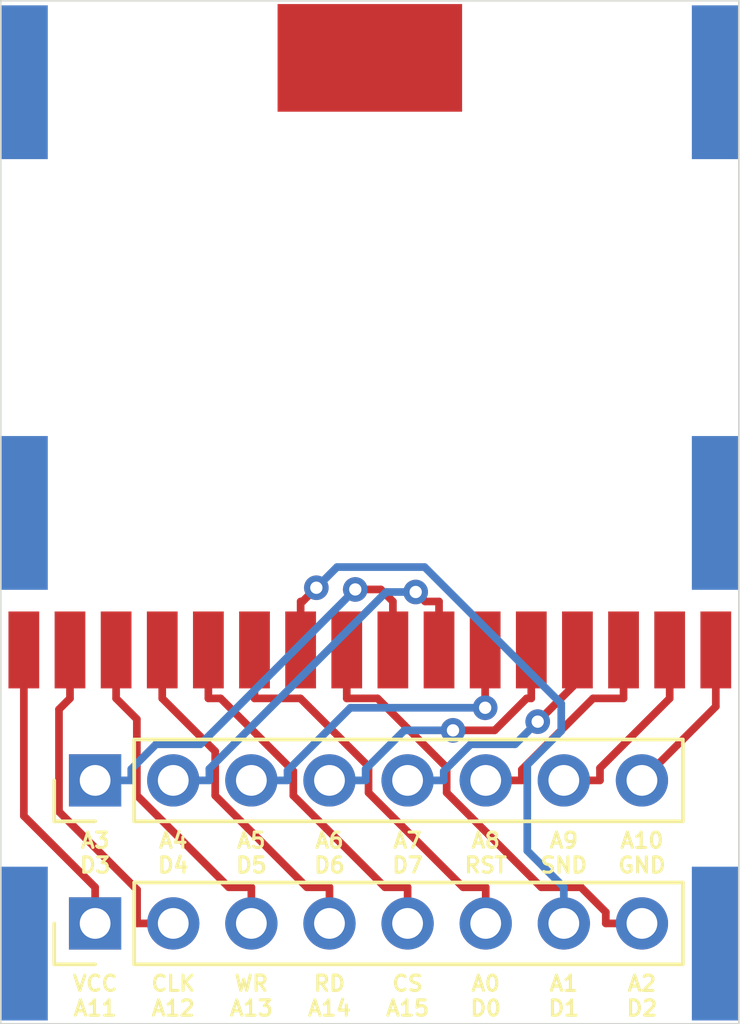
<source format=kicad_pcb>
(kicad_pcb (version 20171130) (host pcbnew "(5.1.5)-3")

  (general
    (thickness 1.6)
    (drawings 20)
    (tracks 108)
    (zones 0)
    (modules 9)
    (nets 17)
  )

  (page A4)
  (layers
    (0 F.Cu signal)
    (31 B.Cu signal)
    (32 B.Adhes user)
    (33 F.Adhes user)
    (34 B.Paste user)
    (35 F.Paste user)
    (36 B.SilkS user)
    (37 F.SilkS user)
    (38 B.Mask user)
    (39 F.Mask user)
    (40 Dwgs.User user)
    (41 Cmts.User user)
    (42 Eco1.User user)
    (43 Eco2.User user)
    (44 Edge.Cuts user)
    (45 Margin user)
    (46 B.CrtYd user)
    (47 F.CrtYd user)
    (48 B.Fab user)
    (49 F.Fab user)
  )

  (setup
    (last_trace_width 0.25)
    (trace_clearance 0.2)
    (zone_clearance 0.508)
    (zone_45_only no)
    (trace_min 0.2)
    (via_size 0.8)
    (via_drill 0.4)
    (via_min_size 0.4)
    (via_min_drill 0.3)
    (uvia_size 0.3)
    (uvia_drill 0.1)
    (uvias_allowed no)
    (uvia_min_size 0.2)
    (uvia_min_drill 0.1)
    (edge_width 0.05)
    (segment_width 0.2)
    (pcb_text_width 0.3)
    (pcb_text_size 1.5 1.5)
    (mod_edge_width 0.12)
    (mod_text_size 1 1)
    (mod_text_width 0.15)
    (pad_size 6 3.5)
    (pad_drill 0)
    (pad_to_mask_clearance 0.051)
    (solder_mask_min_width 0.25)
    (aux_axis_origin 0 0)
    (visible_elements FFFFFF7F)
    (pcbplotparams
      (layerselection 0x010fc_ffffffff)
      (usegerberextensions false)
      (usegerberattributes false)
      (usegerberadvancedattributes false)
      (creategerberjobfile false)
      (excludeedgelayer true)
      (linewidth 0.100000)
      (plotframeref false)
      (viasonmask false)
      (mode 1)
      (useauxorigin false)
      (hpglpennumber 1)
      (hpglpenspeed 20)
      (hpglpendiameter 15.000000)
      (psnegative false)
      (psa4output false)
      (plotreference true)
      (plotvalue true)
      (plotinvisibletext false)
      (padsonsilk false)
      (subtractmaskfromsilk false)
      (outputformat 1)
      (mirror false)
      (drillshape 1)
      (scaleselection 1)
      (outputdirectory ""))
  )

  (net 0 "")
  (net 1 "Net-(J1-Pad8)")
  (net 2 "Net-(J1-Pad7)")
  (net 3 "Net-(J1-Pad6)")
  (net 4 "Net-(J1-Pad5)")
  (net 5 "Net-(J1-Pad4)")
  (net 6 "Net-(J1-Pad3)")
  (net 7 "Net-(J1-Pad2)")
  (net 8 "Net-(J1-Pad1)")
  (net 9 "Net-(J2-Pad8)")
  (net 10 "Net-(J2-Pad7)")
  (net 11 "Net-(J2-Pad6)")
  (net 12 "Net-(J2-Pad5)")
  (net 13 "Net-(J2-Pad4)")
  (net 14 "Net-(J2-Pad3)")
  (net 15 "Net-(J2-Pad2)")
  (net 16 "Net-(J2-Pad1)")

  (net_class Default "This is the default net class."
    (clearance 0.2)
    (trace_width 0.25)
    (via_dia 0.8)
    (via_drill 0.4)
    (uvia_dia 0.3)
    (uvia_drill 0.1)
    (add_net "Net-(J1-Pad1)")
    (add_net "Net-(J1-Pad2)")
    (add_net "Net-(J1-Pad3)")
    (add_net "Net-(J1-Pad4)")
    (add_net "Net-(J1-Pad5)")
    (add_net "Net-(J1-Pad6)")
    (add_net "Net-(J1-Pad7)")
    (add_net "Net-(J1-Pad8)")
    (add_net "Net-(J2-Pad1)")
    (add_net "Net-(J2-Pad2)")
    (add_net "Net-(J2-Pad3)")
    (add_net "Net-(J2-Pad4)")
    (add_net "Net-(J2-Pad5)")
    (add_net "Net-(J2-Pad6)")
    (add_net "Net-(J2-Pad7)")
    (add_net "Net-(J2-Pad8)")
  )

  (module Connector_Wire:SolderWirePad_1x01_SMD_5x10mm (layer B.Cu) (tedit 5F1AE10D) (tstamp 5F1B59CD)
    (at 158.581 59.5998)
    (descr "Wire Pad, Square, SMD Pad,  5mm x 10mm,")
    (tags "MesurementPoint Square SMDPad 5mmx10mm ")
    (fp_text reference MT6 (at 0 3.81) (layer B.SilkS) hide
      (effects (font (size 1 1) (thickness 0.15)) (justify mirror))
    )
    (fp_text value SolderWirePad_1x01_SMD_5x10mm (at 0 -6.35) (layer B.Fab) hide
      (effects (font (size 1 1) (thickness 0.15)) (justify mirror))
    )
    (pad 1 smd rect (at -1.08212 0) (size 1.5 5) (layers B.Cu B.Paste B.Mask))
  )

  (module Custom:DSL_Cartridge_Reader_Split (layer F.Cu) (tedit 5F1AE377) (tstamp 5F1B3A26)
    (at 180.721 72.3074)
    (descr "Game Boy cartridge slot, DealExtreme 37787")
    (tags "gameboy cartridge slot")
    (path /5F1B5BBA)
    (attr smd)
    (fp_text reference U0 (at 0 1.7272 180) (layer F.SilkS) hide
      (effects (font (size 1 1) (thickness 0.15)))
    )
    (fp_text value CartBusSplit-1-16 (at 0 -11) (layer F.Fab) hide
      (effects (font (size 1 1) (thickness 0.15)))
    )
    (fp_text user %R (at 0 -1) (layer F.Fab) hide
      (effects (font (size 2 2) (thickness 0.2)))
    )
    (pad 16 smd rect (at -0.75 5.75) (size 1 2.5) (layers F.Cu F.Paste F.Mask)
      (net 9 "Net-(J2-Pad8)"))
    (pad 14 smd rect (at -3.75 5.75) (size 1 2.5) (layers F.Cu F.Paste F.Mask)
      (net 11 "Net-(J2-Pad6)"))
    (pad 13 smd rect (at -5.25 5.75) (size 1 2.5) (layers F.Cu F.Paste F.Mask)
      (net 12 "Net-(J2-Pad5)"))
    (pad 12 smd rect (at -6.75 5.75) (size 1 2.5) (layers F.Cu F.Paste F.Mask)
      (net 13 "Net-(J2-Pad4)"))
    (pad 11 smd rect (at -8.25 5.75) (size 1 2.5) (layers F.Cu F.Paste F.Mask)
      (net 14 "Net-(J2-Pad3)"))
    (pad 10 smd rect (at -9.75 5.75) (size 1 2.5) (layers F.Cu F.Paste F.Mask)
      (net 15 "Net-(J2-Pad2)"))
    (pad 9 smd rect (at -11.25 5.75) (size 1 2.5) (layers F.Cu F.Paste F.Mask)
      (net 16 "Net-(J2-Pad1)"))
    (pad 8 smd rect (at -12.75 5.75) (size 1 2.5) (layers F.Cu F.Paste F.Mask)
      (net 1 "Net-(J1-Pad8)"))
    (pad 7 smd rect (at -14.25 5.75) (size 1 2.5) (layers F.Cu F.Paste F.Mask)
      (net 2 "Net-(J1-Pad7)"))
    (pad 6 smd rect (at -15.75 5.75) (size 1 2.5) (layers F.Cu F.Paste F.Mask)
      (net 3 "Net-(J1-Pad6)"))
    (pad 5 smd rect (at -17.25 5.75) (size 1 2.5) (layers F.Cu F.Paste F.Mask)
      (net 4 "Net-(J1-Pad5)"))
    (pad 4 smd rect (at -18.75 5.75) (size 1 2.5) (layers F.Cu F.Paste F.Mask)
      (net 5 "Net-(J1-Pad4)"))
    (pad 3 smd rect (at -20.25 5.75) (size 1 2.5) (layers F.Cu F.Paste F.Mask)
      (net 6 "Net-(J1-Pad3)"))
    (pad 2 smd rect (at -21.75 5.75) (size 1 2.5) (layers F.Cu F.Paste F.Mask)
      (net 7 "Net-(J1-Pad2)"))
    (pad 15 smd rect (at -2.25 5.75) (size 1 2.5) (layers F.Cu F.Paste F.Mask)
      (net 10 "Net-(J2-Pad7)"))
    (pad 1 smd rect (at -23.25 5.75) (size 1 2.5) (layers F.Cu F.Paste F.Mask)
      (net 8 "Net-(J1-Pad1)"))
    (pad GND smd rect (at -12 -13.50016) (size 6 3.5) (layers F.Cu F.Paste F.Mask))
    (pad "" np_thru_hole oval (at -12 -2.04724) (size 4 2) (drill oval 4 2) (layers *.Cu *.Mask))
    (model ${KISYS3DMOD}/Gekkio_Connector_PCBEdge.3dshapes/GameBoy_Cartridge_DX-37787_1x32_P1.50mm_Socket_Horizontal.wrl
      (at (xyz 0 0 0))
      (scale (xyz 1 1 1))
      (rotate (xyz 0 0 0))
    )
  )

  (module Connector_Wire:SolderWirePad_1x01_SMD_5x10mm (layer B.Cu) (tedit 5F1AE13D) (tstamp 5F1B59F2)
    (at 158.581 87.6046)
    (descr "Wire Pad, Square, SMD Pad,  5mm x 10mm,")
    (tags "MesurementPoint Square SMDPad 5mmx10mm ")
    (fp_text reference MT4 (at 0 3.81) (layer B.SilkS) hide
      (effects (font (size 1 1) (thickness 0.15)) (justify mirror))
    )
    (fp_text value SolderWirePad_1x01_SMD_5x10mm (at 0 -6.35) (layer B.Fab) hide
      (effects (font (size 1 1) (thickness 0.15)) (justify mirror))
    )
    (pad 1 smd rect (at -1.08212 0) (size 1.5 5) (layers B.Cu B.Paste B.Mask))
  )

  (module Connector_Wire:SolderWirePad_1x01_SMD_5x10mm (layer B.Cu) (tedit 5F1AE122) (tstamp 5F1B59EA)
    (at 158.581 73.6022)
    (descr "Wire Pad, Square, SMD Pad,  5mm x 10mm,")
    (tags "MesurementPoint Square SMDPad 5mmx10mm ")
    (fp_text reference MT5 (at 0 3.81) (layer B.SilkS) hide
      (effects (font (size 1 1) (thickness 0.15)) (justify mirror))
    )
    (fp_text value SolderWirePad_1x01_SMD_5x10mm (at 0 -6.35) (layer B.Fab) hide
      (effects (font (size 1 1) (thickness 0.15)) (justify mirror))
    )
    (pad 1 smd rect (at -1.08212 0) (size 1.5 5) (layers B.Cu B.Paste B.Mask))
  )

  (module Connector_Wire:SolderWirePad_1x01_SMD_5x10mm (layer B.Cu) (tedit 5F1AE12E) (tstamp 5F1B581A)
    (at 179.631 73.6022)
    (descr "Wire Pad, Square, SMD Pad,  5mm x 10mm,")
    (tags "MesurementPoint Square SMDPad 5mmx10mm ")
    (fp_text reference MT2 (at 0 3.81) (layer B.SilkS) hide
      (effects (font (size 1 1) (thickness 0.15)) (justify mirror))
    )
    (fp_text value SolderWirePad_1x01_SMD_5x10mm (at 0 -6.35) (layer B.Fab) hide
      (effects (font (size 1 1) (thickness 0.15)) (justify mirror))
    )
    (pad 1 smd rect (at 0.31096 0) (size 1.5 5) (layers B.Cu B.Paste B.Mask))
  )

  (module Connector_Wire:SolderWirePad_1x01_SMD_5x10mm (layer B.Cu) (tedit 5F1AE136) (tstamp 5F1B5812)
    (at 179.692 87.6046)
    (descr "Wire Pad, Square, SMD Pad,  5mm x 10mm,")
    (tags "MesurementPoint Square SMDPad 5mmx10mm ")
    (fp_text reference MT1 (at 0 3.81) (layer B.SilkS) hide
      (effects (font (size 1 1) (thickness 0.15)) (justify mirror))
    )
    (fp_text value SolderWirePad_1x01_SMD_5x10mm (at 0 -6.35) (layer B.Fab) hide
      (effects (font (size 1 1) (thickness 0.15)) (justify mirror))
    )
    (pad 1 smd rect (at 0.25 0) (size 1.5 5) (layers B.Cu B.Paste B.Mask))
  )

  (module Connector_Wire:SolderWirePad_1x01_SMD_5x10mm (layer B.Cu) (tedit 5F1AE127) (tstamp 5F1B57AF)
    (at 179.692 59.5998)
    (descr "Wire Pad, Square, SMD Pad,  5mm x 10mm,")
    (tags "MesurementPoint Square SMDPad 5mmx10mm ")
    (fp_text reference MT3 (at 0 3.81) (layer B.SilkS) hide
      (effects (font (size 1 1) (thickness 0.15)) (justify mirror))
    )
    (fp_text value SolderWirePad_1x01_SMD_5x10mm (at 0 -6.35) (layer B.Fab) hide
      (effects (font (size 1 1) (thickness 0.15)) (justify mirror))
    )
    (pad 1 smd rect (at 0.25 0) (size 1.5 5) (layers B.Cu B.Paste B.Mask))
  )

  (module Connector_PinHeader_2.54mm:PinHeader_1x08_P2.54mm_Vertical (layer F.Cu) (tedit 59FED5CC) (tstamp 5F1B3E18)
    (at 159.789 82.2993 90)
    (descr "Through hole straight pin header, 1x08, 2.54mm pitch, single row")
    (tags "Through hole pin header THT 1x08 2.54mm single row")
    (path /5F1C0AFB)
    (fp_text reference J2 (at 0 -2.33 90) (layer F.SilkS) hide
      (effects (font (size 1 1) (thickness 0.15)))
    )
    (fp_text value Conn_01x08_Male (at 0 20.11 90) (layer F.Fab) hide
      (effects (font (size 1 1) (thickness 0.15)))
    )
    (fp_text user %R (at 0 8.89) (layer F.Fab)
      (effects (font (size 1 1) (thickness 0.15)))
    )
    (fp_line (start 1.8 -1.8) (end -1.8 -1.8) (layer F.CrtYd) (width 0.05))
    (fp_line (start 1.8 19.55) (end 1.8 -1.8) (layer F.CrtYd) (width 0.05))
    (fp_line (start -1.8 19.55) (end 1.8 19.55) (layer F.CrtYd) (width 0.05))
    (fp_line (start -1.8 -1.8) (end -1.8 19.55) (layer F.CrtYd) (width 0.05))
    (fp_line (start -1.33 -1.33) (end 0 -1.33) (layer F.SilkS) (width 0.12))
    (fp_line (start -1.33 0) (end -1.33 -1.33) (layer F.SilkS) (width 0.12))
    (fp_line (start -1.33 1.27) (end 1.33 1.27) (layer F.SilkS) (width 0.12))
    (fp_line (start 1.33 1.27) (end 1.33 19.11) (layer F.SilkS) (width 0.12))
    (fp_line (start -1.33 1.27) (end -1.33 19.11) (layer F.SilkS) (width 0.12))
    (fp_line (start -1.33 19.11) (end 1.33 19.11) (layer F.SilkS) (width 0.12))
    (fp_line (start -1.27 -0.635) (end -0.635 -1.27) (layer F.Fab) (width 0.1))
    (fp_line (start -1.27 19.05) (end -1.27 -0.635) (layer F.Fab) (width 0.1))
    (fp_line (start 1.27 19.05) (end -1.27 19.05) (layer F.Fab) (width 0.1))
    (fp_line (start 1.27 -1.27) (end 1.27 19.05) (layer F.Fab) (width 0.1))
    (fp_line (start -0.635 -1.27) (end 1.27 -1.27) (layer F.Fab) (width 0.1))
    (pad 8 thru_hole oval (at 0 17.78 90) (size 1.7 1.7) (drill 1) (layers *.Cu *.Mask)
      (net 9 "Net-(J2-Pad8)"))
    (pad 7 thru_hole oval (at 0 15.24 90) (size 1.7 1.7) (drill 1) (layers *.Cu *.Mask)
      (net 10 "Net-(J2-Pad7)"))
    (pad 6 thru_hole oval (at 0 12.7 90) (size 1.7 1.7) (drill 1) (layers *.Cu *.Mask)
      (net 11 "Net-(J2-Pad6)"))
    (pad 5 thru_hole oval (at 0 10.16 90) (size 1.7 1.7) (drill 1) (layers *.Cu *.Mask)
      (net 12 "Net-(J2-Pad5)"))
    (pad 4 thru_hole oval (at 0 7.62 90) (size 1.7 1.7) (drill 1) (layers *.Cu *.Mask)
      (net 13 "Net-(J2-Pad4)"))
    (pad 3 thru_hole oval (at 0 5.08 90) (size 1.7 1.7) (drill 1) (layers *.Cu *.Mask)
      (net 14 "Net-(J2-Pad3)"))
    (pad 2 thru_hole oval (at 0 2.54 90) (size 1.7 1.7) (drill 1) (layers *.Cu *.Mask)
      (net 15 "Net-(J2-Pad2)"))
    (pad 1 thru_hole rect (at 0 0 90) (size 1.7 1.7) (drill 1) (layers *.Cu *.Mask)
      (net 16 "Net-(J2-Pad1)"))
    (model ${KISYS3DMOD}/Connector_PinHeader_2.54mm.3dshapes/PinHeader_1x08_P2.54mm_Vertical.wrl
      (at (xyz 0 0 0))
      (scale (xyz 1 1 1))
      (rotate (xyz 0 0 0))
    )
  )

  (module Connector_PinHeader_2.54mm:PinHeader_1x08_P2.54mm_Vertical (layer F.Cu) (tedit 59FED5CC) (tstamp 5F1B3DFC)
    (at 159.789 86.9493 90)
    (descr "Through hole straight pin header, 1x08, 2.54mm pitch, single row")
    (tags "Through hole pin header THT 1x08 2.54mm single row")
    (path /5F1BD466)
    (fp_text reference J1 (at 0 -2.33 90) (layer F.SilkS) hide
      (effects (font (size 1 1) (thickness 0.15)))
    )
    (fp_text value Conn_01x08_Male (at 0 20.11 90) (layer F.Fab) hide
      (effects (font (size 1 1) (thickness 0.15)))
    )
    (fp_text user %R (at 0 8.89) (layer F.Fab)
      (effects (font (size 1 1) (thickness 0.15)))
    )
    (fp_line (start 1.8 -1.8) (end -1.8 -1.8) (layer F.CrtYd) (width 0.05))
    (fp_line (start 1.8 19.55) (end 1.8 -1.8) (layer F.CrtYd) (width 0.05))
    (fp_line (start -1.8 19.55) (end 1.8 19.55) (layer F.CrtYd) (width 0.05))
    (fp_line (start -1.8 -1.8) (end -1.8 19.55) (layer F.CrtYd) (width 0.05))
    (fp_line (start -1.33 -1.33) (end 0 -1.33) (layer F.SilkS) (width 0.12))
    (fp_line (start -1.33 0) (end -1.33 -1.33) (layer F.SilkS) (width 0.12))
    (fp_line (start -1.33 1.27) (end 1.33 1.27) (layer F.SilkS) (width 0.12))
    (fp_line (start 1.33 1.27) (end 1.33 19.11) (layer F.SilkS) (width 0.12))
    (fp_line (start -1.33 1.27) (end -1.33 19.11) (layer F.SilkS) (width 0.12))
    (fp_line (start -1.33 19.11) (end 1.33 19.11) (layer F.SilkS) (width 0.12))
    (fp_line (start -1.27 -0.635) (end -0.635 -1.27) (layer F.Fab) (width 0.1))
    (fp_line (start -1.27 19.05) (end -1.27 -0.635) (layer F.Fab) (width 0.1))
    (fp_line (start 1.27 19.05) (end -1.27 19.05) (layer F.Fab) (width 0.1))
    (fp_line (start 1.27 -1.27) (end 1.27 19.05) (layer F.Fab) (width 0.1))
    (fp_line (start -0.635 -1.27) (end 1.27 -1.27) (layer F.Fab) (width 0.1))
    (pad 8 thru_hole oval (at 0 17.78 90) (size 1.7 1.7) (drill 1) (layers *.Cu *.Mask)
      (net 1 "Net-(J1-Pad8)"))
    (pad 7 thru_hole oval (at 0 15.24 90) (size 1.7 1.7) (drill 1) (layers *.Cu *.Mask)
      (net 2 "Net-(J1-Pad7)"))
    (pad 6 thru_hole oval (at 0 12.7 90) (size 1.7 1.7) (drill 1) (layers *.Cu *.Mask)
      (net 3 "Net-(J1-Pad6)"))
    (pad 5 thru_hole oval (at 0 10.16 90) (size 1.7 1.7) (drill 1) (layers *.Cu *.Mask)
      (net 4 "Net-(J1-Pad5)"))
    (pad 4 thru_hole oval (at 0 7.62 90) (size 1.7 1.7) (drill 1) (layers *.Cu *.Mask)
      (net 5 "Net-(J1-Pad4)"))
    (pad 3 thru_hole oval (at 0 5.08 90) (size 1.7 1.7) (drill 1) (layers *.Cu *.Mask)
      (net 6 "Net-(J1-Pad3)"))
    (pad 2 thru_hole oval (at 0 2.54 90) (size 1.7 1.7) (drill 1) (layers *.Cu *.Mask)
      (net 7 "Net-(J1-Pad2)"))
    (pad 1 thru_hole rect (at 0 0 90) (size 1.7 1.7) (drill 1) (layers *.Cu *.Mask)
      (net 8 "Net-(J1-Pad1)"))
    (model ${KISYS3DMOD}/Connector_PinHeader_2.54mm.3dshapes/PinHeader_1x08_P2.54mm_Vertical.wrl
      (at (xyz 0 0 0))
      (scale (xyz 1 1 1))
      (rotate (xyz 0 0 0))
    )
  )

  (gr_line (start 156.72064 90.21318) (end 180.721 90.21318) (layer Edge.Cuts) (width 0.05))
  (gr_line (start 156.72064 56.95056) (end 156.72064 90.21318) (layer Edge.Cuts) (width 0.05))
  (gr_line (start 180.72082 56.95056) (end 156.72064 56.95056) (layer Edge.Cuts) (width 0.05))
  (gr_line (start 180.72082 56.95056) (end 180.721 90.21318) (layer Edge.Cuts) (width 0.05))
  (gr_text "A10\nGND" (at 177.56886 84.65566) (layer F.SilkS) (tstamp 5F1B4120)
    (effects (font (size 0.5 0.5) (thickness 0.1)))
  )
  (gr_text "A9\nSND" (at 175.02886 84.65566) (layer F.SilkS) (tstamp 5F1B4120)
    (effects (font (size 0.5 0.5) (thickness 0.1)))
  )
  (gr_text "A8\nRST" (at 172.48886 84.65566) (layer F.SilkS) (tstamp 5F1B4120)
    (effects (font (size 0.5 0.5) (thickness 0.1)))
  )
  (gr_text "A7\nD7" (at 169.94886 84.65566) (layer F.SilkS) (tstamp 5F1B4120)
    (effects (font (size 0.5 0.5) (thickness 0.1)))
  )
  (gr_text "A6\nD6" (at 167.40886 84.65566) (layer F.SilkS) (tstamp 5F1B4120)
    (effects (font (size 0.5 0.5) (thickness 0.1)))
  )
  (gr_text "A5\nD5" (at 164.86886 84.65566) (layer F.SilkS) (tstamp 5F1B4120)
    (effects (font (size 0.5 0.5) (thickness 0.1)))
  )
  (gr_text "A4\nD4" (at 162.32886 84.65566) (layer F.SilkS) (tstamp 5F1B4120)
    (effects (font (size 0.5 0.5) (thickness 0.1)))
  )
  (gr_text "A3\nD3" (at 159.78886 84.65566) (layer F.SilkS) (tstamp 5F1B4120)
    (effects (font (size 0.5 0.5) (thickness 0.1)))
  )
  (gr_text "A2\nD2" (at 177.56886 89.30566) (layer F.SilkS) (tstamp 5F1B410B)
    (effects (font (size 0.5 0.5) (thickness 0.1)))
  )
  (gr_text "A1\nD1" (at 175.02886 89.30566) (layer F.SilkS) (tstamp 5F1B4109)
    (effects (font (size 0.5 0.5) (thickness 0.1)))
  )
  (gr_text "A0\nD0" (at 172.48886 89.30566) (layer F.SilkS) (tstamp 5F1B4107)
    (effects (font (size 0.5 0.5) (thickness 0.1)))
  )
  (gr_text "CS\nA15" (at 169.94886 89.30566) (layer F.SilkS) (tstamp 5F1B4105)
    (effects (font (size 0.5 0.5) (thickness 0.1)))
  )
  (gr_text "RD\nA14" (at 167.40886 89.30566) (layer F.SilkS) (tstamp 5F1B4103)
    (effects (font (size 0.5 0.5) (thickness 0.1)))
  )
  (gr_text "WR\nA13" (at 164.86886 89.30566) (layer F.SilkS) (tstamp 5F1B4101)
    (effects (font (size 0.5 0.5) (thickness 0.1)))
  )
  (gr_text "CLK\nA12" (at 162.32886 89.30566) (layer F.SilkS) (tstamp 5F1B40FF)
    (effects (font (size 0.5 0.5) (thickness 0.1)))
  )
  (gr_text "VCC\nA11" (at 159.78886 89.30566) (layer F.SilkS)
    (effects (font (size 0.5 0.5) (thickness 0.1)))
  )

  (segment (start 167.971 79.6327) (end 168.9721 79.6327) (width 0.25) (layer F.Cu) (net 1))
  (segment (start 168.9721 79.6327) (end 171.219 81.8796) (width 0.25) (layer F.Cu) (net 1))
  (segment (start 171.219 81.8796) (end 171.219 82.6986) (width 0.25) (layer F.Cu) (net 1))
  (segment (start 171.219 82.6986) (end 174.2944 85.774) (width 0.25) (layer F.Cu) (net 1))
  (segment (start 174.2944 85.774) (end 175.5858 85.774) (width 0.25) (layer F.Cu) (net 1))
  (segment (start 175.5858 85.774) (end 176.3937 86.5819) (width 0.25) (layer F.Cu) (net 1))
  (segment (start 176.3937 86.5819) (end 176.3937 86.9493) (width 0.25) (layer F.Cu) (net 1))
  (segment (start 177.569 86.9493) (end 176.3937 86.9493) (width 0.25) (layer F.Cu) (net 1))
  (segment (start 167.971 78.0574) (end 167.971 79.6327) (width 0.25) (layer F.Cu) (net 1))
  (segment (start 175.029 86.9493) (end 175.029 85.774) (width 0.25) (layer B.Cu) (net 2))
  (segment (start 166.471 78.0574) (end 166.471 76.4821) (width 0.25) (layer F.Cu) (net 2))
  (segment (start 166.9818 76.0351) (end 166.5348 76.4821) (width 0.25) (layer F.Cu) (net 2))
  (segment (start 166.5348 76.4821) (end 166.471 76.4821) (width 0.25) (layer F.Cu) (net 2))
  (segment (start 175.029 85.774) (end 173.8409 84.5859) (width 0.25) (layer B.Cu) (net 2))
  (segment (start 173.8409 84.5859) (end 173.8409 81.7941) (width 0.25) (layer B.Cu) (net 2))
  (segment (start 173.8409 81.7941) (end 174.9456 80.6894) (width 0.25) (layer B.Cu) (net 2))
  (segment (start 174.9456 80.6894) (end 174.9456 79.8059) (width 0.25) (layer B.Cu) (net 2))
  (segment (start 174.9456 79.8059) (end 170.5033 75.3636) (width 0.25) (layer B.Cu) (net 2))
  (segment (start 170.5033 75.3636) (end 167.6533 75.3636) (width 0.25) (layer B.Cu) (net 2))
  (segment (start 167.6533 75.3636) (end 166.9818 76.0351) (width 0.25) (layer B.Cu) (net 2))
  (via (at 166.9818 76.0351) (size 0.8) (layers F.Cu B.Cu) (net 2))
  (segment (start 164.971 78.0574) (end 164.971 79.6327) (width 0.25) (layer F.Cu) (net 3))
  (segment (start 172.489 86.9493) (end 172.489 85.774) (width 0.25) (layer F.Cu) (net 3))
  (segment (start 172.489 85.774) (end 171.7544 85.774) (width 0.25) (layer F.Cu) (net 3))
  (segment (start 171.7544 85.774) (end 168.679 82.6986) (width 0.25) (layer F.Cu) (net 3))
  (segment (start 168.679 82.6986) (end 168.679 81.8474) (width 0.25) (layer F.Cu) (net 3))
  (segment (start 168.679 81.8474) (end 166.4643 79.6327) (width 0.25) (layer F.Cu) (net 3))
  (segment (start 166.4643 79.6327) (end 164.971 79.6327) (width 0.25) (layer F.Cu) (net 3))
  (segment (start 169.949 86.9493) (end 169.949 85.774) (width 0.25) (layer F.Cu) (net 4))
  (segment (start 163.471 78.0574) (end 163.471 79.6327) (width 0.25) (layer F.Cu) (net 4))
  (segment (start 163.471 79.6327) (end 163.8688 79.6327) (width 0.25) (layer F.Cu) (net 4))
  (segment (start 163.8688 79.6327) (end 166.2337 81.9976) (width 0.25) (layer F.Cu) (net 4))
  (segment (start 166.2337 81.9976) (end 166.2337 82.7933) (width 0.25) (layer F.Cu) (net 4))
  (segment (start 166.2337 82.7933) (end 169.2144 85.774) (width 0.25) (layer F.Cu) (net 4))
  (segment (start 169.2144 85.774) (end 169.949 85.774) (width 0.25) (layer F.Cu) (net 4))
  (segment (start 161.971 78.0574) (end 161.971 79.6327) (width 0.25) (layer F.Cu) (net 5))
  (segment (start 167.409 86.9493) (end 167.409 85.774) (width 0.25) (layer F.Cu) (net 5))
  (segment (start 167.409 85.774) (end 166.6744 85.774) (width 0.25) (layer F.Cu) (net 5))
  (segment (start 166.6744 85.774) (end 163.6937 82.7933) (width 0.25) (layer F.Cu) (net 5))
  (segment (start 163.6937 82.7933) (end 163.6937 81.3554) (width 0.25) (layer F.Cu) (net 5))
  (segment (start 163.6937 81.3554) (end 161.971 79.6327) (width 0.25) (layer F.Cu) (net 5))
  (segment (start 160.471 78.0574) (end 160.471 79.6327) (width 0.25) (layer F.Cu) (net 6))
  (segment (start 164.869 86.9493) (end 164.869 85.774) (width 0.25) (layer F.Cu) (net 6))
  (segment (start 164.869 85.774) (end 164.1344 85.774) (width 0.25) (layer F.Cu) (net 6))
  (segment (start 164.1344 85.774) (end 161.1456 82.7852) (width 0.25) (layer F.Cu) (net 6))
  (segment (start 161.1456 82.7852) (end 161.1456 80.3073) (width 0.25) (layer F.Cu) (net 6))
  (segment (start 161.1456 80.3073) (end 160.471 79.6327) (width 0.25) (layer F.Cu) (net 6))
  (segment (start 158.971 78.0574) (end 158.971 79.6327) (width 0.25) (layer F.Cu) (net 7))
  (segment (start 162.329 86.9493) (end 161.1537 86.9493) (width 0.25) (layer F.Cu) (net 7))
  (segment (start 161.1537 86.9493) (end 161.1537 85.8546) (width 0.25) (layer F.Cu) (net 7))
  (segment (start 161.1537 85.8546) (end 158.6136 83.3145) (width 0.25) (layer F.Cu) (net 7))
  (segment (start 158.6136 83.3145) (end 158.6136 79.9901) (width 0.25) (layer F.Cu) (net 7))
  (segment (start 158.6136 79.9901) (end 158.971 79.6327) (width 0.25) (layer F.Cu) (net 7))
  (segment (start 159.789 86.9493) (end 159.789 85.774) (width 0.25) (layer F.Cu) (net 8))
  (segment (start 159.789 85.774) (end 157.471 83.456) (width 0.25) (layer F.Cu) (net 8))
  (segment (start 157.471 83.456) (end 157.471 78.0574) (width 0.25) (layer F.Cu) (net 8))
  (segment (start 177.569 82.2993) (end 179.971 79.8973) (width 0.25) (layer F.Cu) (net 9))
  (segment (start 179.971 79.8973) (end 179.971 78.0574) (width 0.25) (layer F.Cu) (net 9))
  (segment (start 175.029 82.2993) (end 176.2043 82.2993) (width 0.25) (layer F.Cu) (net 10))
  (segment (start 178.471 78.0574) (end 178.471 79.6327) (width 0.25) (layer F.Cu) (net 10))
  (segment (start 176.2043 82.2993) (end 176.2043 81.8994) (width 0.25) (layer F.Cu) (net 10))
  (segment (start 176.2043 81.8994) (end 178.471 79.6327) (width 0.25) (layer F.Cu) (net 10))
  (segment (start 173.6643 82.2993) (end 173.6643 81.9475) (width 0.25) (layer F.Cu) (net 11))
  (segment (start 173.6643 81.9475) (end 175.9791 79.6327) (width 0.25) (layer F.Cu) (net 11))
  (segment (start 175.9791 79.6327) (end 176.971 79.6327) (width 0.25) (layer F.Cu) (net 11))
  (segment (start 176.971 78.0574) (end 176.971 79.6327) (width 0.25) (layer F.Cu) (net 11))
  (segment (start 172.489 82.2993) (end 173.6643 82.2993) (width 0.25) (layer F.Cu) (net 11))
  (segment (start 169.949 82.2993) (end 171.1243 82.2993) (width 0.25) (layer B.Cu) (net 12))
  (segment (start 174.1798 80.3892) (end 175.471 79.098) (width 0.25) (layer F.Cu) (net 12))
  (segment (start 175.471 79.098) (end 175.471 78.0574) (width 0.25) (layer F.Cu) (net 12))
  (segment (start 171.1243 82.2993) (end 171.1243 82.0018) (width 0.25) (layer B.Cu) (net 12))
  (segment (start 171.1243 82.0018) (end 172.0022 81.1239) (width 0.25) (layer B.Cu) (net 12))
  (segment (start 172.0022 81.1239) (end 173.4451 81.1239) (width 0.25) (layer B.Cu) (net 12))
  (segment (start 173.4451 81.1239) (end 174.1798 80.3892) (width 0.25) (layer B.Cu) (net 12))
  (via (at 174.1798 80.3892) (size 0.8) (layers F.Cu B.Cu) (net 12))
  (segment (start 171.4249 80.6723) (end 172.7806 80.6723) (width 0.25) (layer F.Cu) (net 13))
  (segment (start 172.7806 80.6723) (end 173.8202 79.6327) (width 0.25) (layer F.Cu) (net 13))
  (segment (start 173.8202 79.6327) (end 173.971 79.6327) (width 0.25) (layer F.Cu) (net 13))
  (segment (start 168.5843 82.2993) (end 168.5843 81.932) (width 0.25) (layer B.Cu) (net 13))
  (segment (start 168.5843 81.932) (end 169.844 80.6723) (width 0.25) (layer B.Cu) (net 13))
  (segment (start 169.844 80.6723) (end 171.4249 80.6723) (width 0.25) (layer B.Cu) (net 13))
  (segment (start 167.409 82.2993) (end 168.5843 82.2993) (width 0.25) (layer B.Cu) (net 13))
  (segment (start 173.971 78.0574) (end 173.971 79.6327) (width 0.25) (layer F.Cu) (net 13))
  (via (at 171.4249 80.6723) (size 0.8) (layers F.Cu B.Cu) (net 13))
  (segment (start 172.471 79.9377) (end 168.0885 79.9377) (width 0.25) (layer B.Cu) (net 14))
  (segment (start 168.0885 79.9377) (end 166.0443 81.9819) (width 0.25) (layer B.Cu) (net 14))
  (segment (start 166.0443 81.9819) (end 166.0443 82.2993) (width 0.25) (layer B.Cu) (net 14))
  (segment (start 172.471 79.6327) (end 172.471 79.9377) (width 0.25) (layer F.Cu) (net 14))
  (segment (start 164.869 82.2993) (end 166.0443 82.2993) (width 0.25) (layer B.Cu) (net 14))
  (segment (start 172.471 78.0574) (end 172.471 79.6327) (width 0.25) (layer F.Cu) (net 14))
  (via (at 172.471 79.9377) (size 0.8) (layers F.Cu B.Cu) (net 14))
  (segment (start 170.2119 76.1735) (end 170.5205 76.4821) (width 0.25) (layer F.Cu) (net 15))
  (segment (start 170.5205 76.4821) (end 170.971 76.4821) (width 0.25) (layer F.Cu) (net 15))
  (segment (start 163.5043 82.2993) (end 163.5043 81.9207) (width 0.25) (layer B.Cu) (net 15))
  (segment (start 163.5043 81.9207) (end 169.2515 76.1735) (width 0.25) (layer B.Cu) (net 15))
  (segment (start 169.2515 76.1735) (end 170.2119 76.1735) (width 0.25) (layer B.Cu) (net 15))
  (segment (start 162.329 82.2993) (end 163.5043 82.2993) (width 0.25) (layer B.Cu) (net 15))
  (segment (start 170.971 78.0574) (end 170.971 76.4821) (width 0.25) (layer F.Cu) (net 15))
  (via (at 170.2119 76.1735) (size 0.8) (layers F.Cu B.Cu) (net 15))
  (segment (start 159.789 82.2993) (end 160.9643 82.2993) (width 0.25) (layer B.Cu) (net 16))
  (segment (start 168.2475 76.0908) (end 169.0797 76.0908) (width 0.25) (layer F.Cu) (net 16))
  (segment (start 169.0797 76.0908) (end 169.471 76.4821) (width 0.25) (layer F.Cu) (net 16))
  (segment (start 160.9643 82.2993) (end 160.9643 81.9319) (width 0.25) (layer B.Cu) (net 16))
  (segment (start 160.9643 81.9319) (end 161.7722 81.124) (width 0.25) (layer B.Cu) (net 16))
  (segment (start 161.7722 81.124) (end 163.2143 81.124) (width 0.25) (layer B.Cu) (net 16))
  (segment (start 163.2143 81.124) (end 168.2475 76.0908) (width 0.25) (layer B.Cu) (net 16))
  (segment (start 169.471 78.0574) (end 169.471 76.4821) (width 0.25) (layer F.Cu) (net 16))
  (via (at 168.2475 76.0908) (size 0.8) (layers F.Cu B.Cu) (net 16))

)

</source>
